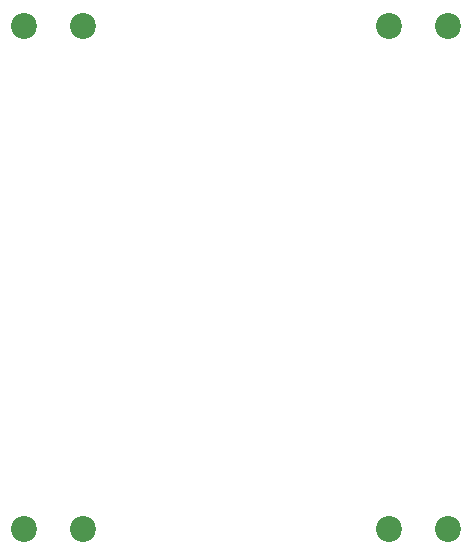
<source format=gbr>
%TF.GenerationSoftware,KiCad,Pcbnew,9.0.0*%
%TF.CreationDate,2025-03-11T18:23:02+02:00*%
%TF.ProjectId,LGS5145 Voltage Regulator,4c475335-3134-4352-9056-6f6c74616765,rev?*%
%TF.SameCoordinates,Original*%
%TF.FileFunction,Soldermask,Bot*%
%TF.FilePolarity,Negative*%
%FSLAX46Y46*%
G04 Gerber Fmt 4.6, Leading zero omitted, Abs format (unit mm)*
G04 Created by KiCad (PCBNEW 9.0.0) date 2025-03-11 18:23:02*
%MOMM*%
%LPD*%
G01*
G04 APERTURE LIST*
%ADD10C,2.200000*%
G04 APERTURE END LIST*
D10*
%TO.C,U2*%
X245500000Y-48050000D03*
X240500000Y-48050000D03*
%TD*%
%TO.C,U3*%
X240500000Y-90600000D03*
X245500000Y-90600000D03*
%TD*%
%TO.C,U2*%
X214600000Y-48050000D03*
X209600000Y-48050000D03*
%TD*%
%TO.C,U3*%
X209600000Y-90600000D03*
X214600000Y-90600000D03*
%TD*%
M02*

</source>
